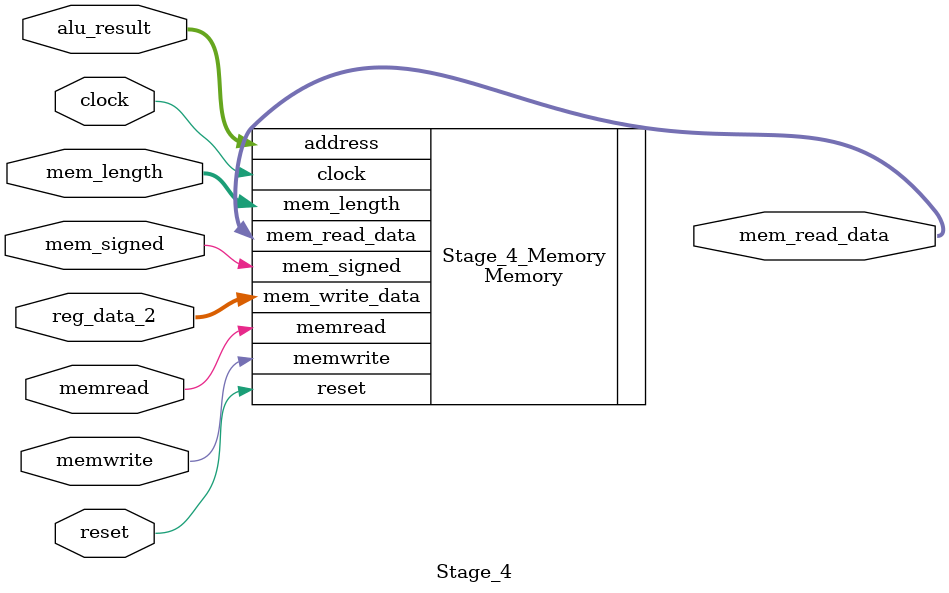
<source format=v>
`timescale 1ns / 1ps
module Stage_4(
    input           [1:0]                               mem_length  ,
    input                                               mem_signed  ,
    input                                               reset   ,
    input                                               clock   ,
    input           [31:0]                              reg_data_2  ,
    input                                               memread ,
    input                                               memwrite    ,
    input           [31:0]                              alu_result  ,
    output          [31:0]                              mem_read_data   
    );

    Memory Stage_4_Memory(
        .mem_length(mem_length),
        .mem_signed(mem_signed),
        .reset(reset),
        .clock(clock),
        .address(alu_result),
        .mem_write_data(reg_data_2),
        .memread(memread),
        .memwrite(memwrite),
        .mem_read_data(mem_read_data)
    );

endmodule

</source>
